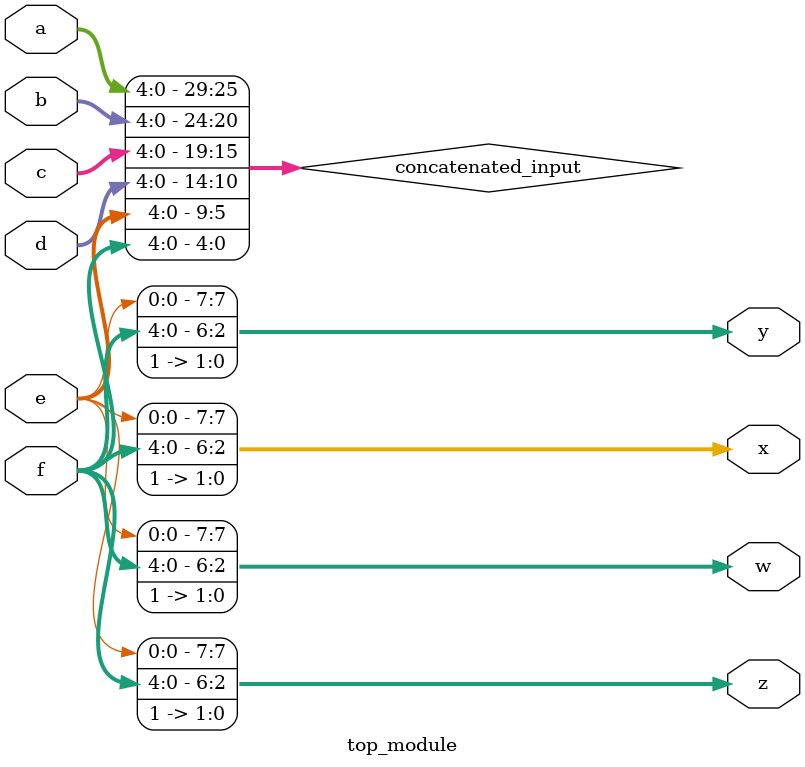
<source format=sv>
module top_module (
  input [4:0] a,
  input [4:0] b,
  input [4:0] c,
  input [4:0] d,
  input [4:0] e,
  input [4:0] f,
  output [7:0] w,
  output [7:0] x,
  output [7:0] y,
  output [7:0] z
);
  
  // Wire declaration
  wire [29:0] concatenated_input;
  
  // Concatenate input vectors
  assign concatenated_input = {a, b, c, d, e, f};
  
  // Output vectors
  assign w = {concatenated_input, 2'b11};
  assign x = {concatenated_input, 2'b11};
  assign y = {concatenated_input, 2'b11};
  assign z = {concatenated_input, 2'b11};
  
endmodule

</source>
